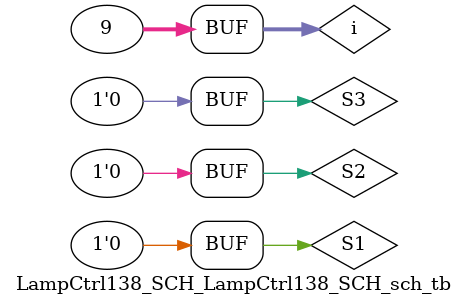
<source format=v>

`timescale 1ns / 1ps

module LampCtrl138_SCH_LampCtrl138_SCH_sch_tb();

// Inputs
   reg S1;
   reg S3;
   reg S2;

// Output
   wire F;

// Bidirs

// Instantiate the UUT
   LampCtrl138_SCH UUT (
		.S1(S1), 
		.S3(S3), 
		.S2(S2), 
		.F(F)
   );
// Initialize Inputs
integer i;
initial begin
	for (i=0;i<=8;i=i+1) begin
	{S3, S2, S1} <= i;
	#50;
	end
end
endmodule

</source>
